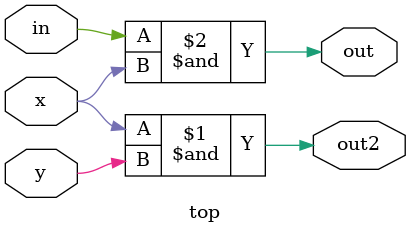
<source format=v>
module top(in, x, y, out, out2);
input in, x, y;
output out, out2;

and a(out2, x, y);
and c(out, in, x);

endmodule
</source>
